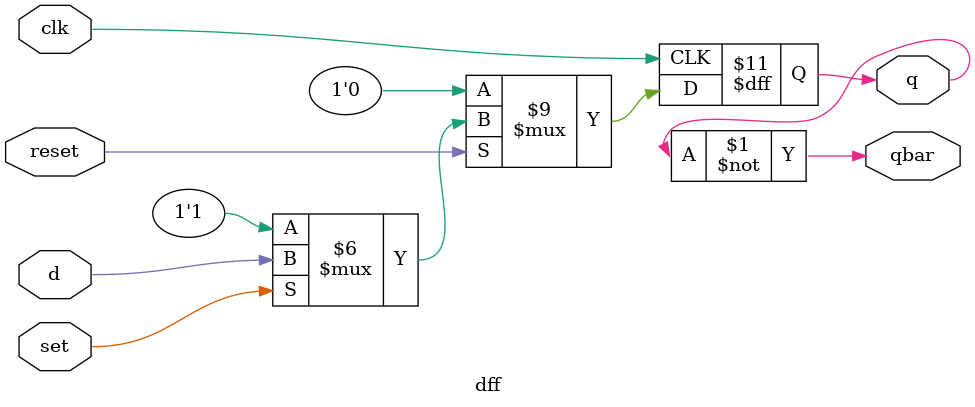
<source format=v>
`timescale 1ns / 1ps


module dff(q, qbar,d,set,reset,clk);
     input d,set,reset,clk;
        output q,qbar;
    reg q;
    assign qbar=~q;
    always@ (posedge clk)
    begin
    if(reset==0)
    q<=0;
    else if (set==0)
    q<=1;
    else q<=d;
    end 
    endmodule

</source>
